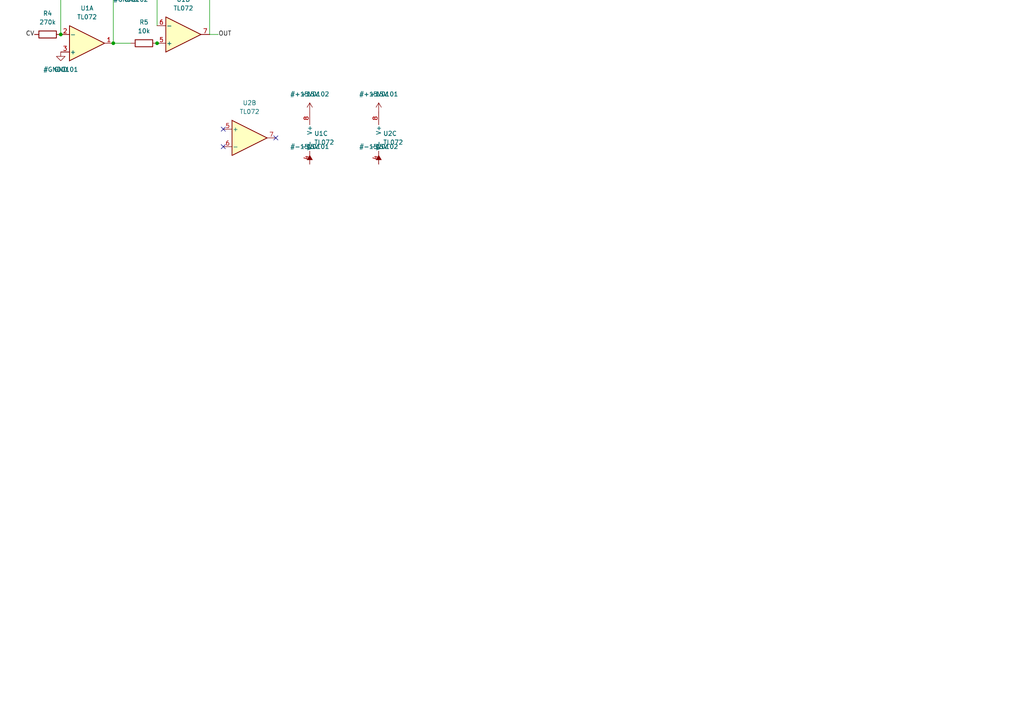
<source format=kicad_sch>
(kicad_sch (version 20211123) (generator elektron)
  (paper "A4")
  (lib_symbols
    (symbol "Device:R" (pin_numbers hide) (pin_names (offset 0))
      (property "Reference" "R" (at 2.032 0 90))
      (property "Value" "R" (at 0 0 90))
      (symbol "R_0_1"
        (rectangle (start -1.016 -2.54) (end 1.016 2.54) (stroke (width 0.254)))
      )
      (symbol "R_1_1"
        (pin passive line (at 0 3.81 270) (length 1.27) (name "~") (number "1"))
        (pin passive line (at 0 -3.81 90) (length 1.27) (name "~") (number "2"))
      )
    )
    (symbol "Amplifier_Operational:TL072" (pin_names (offset 0.127))
      (property "Reference" "U" (at 0 5.08 0))
      (property "Value" "TL072" (at 0 -5.08 0))
      (symbol "TL072_1_1"
        (polyline (pts (xy -5.08 5.08) (xy 5.08 0) (xy -5.08 -5.08) (xy -5.08 5.08)) (stroke (width 0.254)) (fill (type background)))
        (pin output line (at 7.62 0 180) (length 2.54) (name "~") (number "1"))
        (pin input line (at -7.62 -2.54 0) (length 2.54) (name "-") (number "2"))
        (pin input line (at -7.62 2.54 0) (length 2.54) (name "+") (number "3"))
      )
      (symbol "TL072_2_1"
        (polyline (pts (xy -5.08 5.08) (xy 5.08 0) (xy -5.08 -5.08) (xy -5.08 5.08)) (stroke (width 0.254)) (fill (type background)))
        (pin input line (at -7.62 2.54 0) (length 2.54) (name "+") (number "5"))
        (pin input line (at -7.62 -2.54 0) (length 2.54) (name "-") (number "6"))
        (pin output line (at 7.62 0 180) (length 2.54) (name "~") (number "7"))
      )
      (symbol "TL072_3_1"
        (pin power_in line (at -2.54 -7.62 90) (length 3.81) (name "V-") (number "4"))
        (pin power_in line (at -2.54 7.62 270) (length 3.81) (name "V+") (number "8"))
      )
    )
    (symbol "power:GND" (power) (pin_names (offset 0))
      (property "Value" "GND" (at 0 -3.81 0))
      (symbol "GND_0_1"
        (polyline (pts (xy 0 0) (xy 0 -1.27) (xy 1.27 -1.27) (xy 0 -2.54) (xy -1.27 -1.27) (xy 0 -1.27)))
      )
      (symbol "GND_1_1"
        (pin power_in line (at 0 0 270) (length 0) hide (name "GND") (number "1"))
      )
    )
    (symbol "Device:C" (pin_numbers hide) (pin_names (offset 0.254))
      (property "Reference" "C" (at 0.635 2.54 0))
      (property "Value" "C" (at 0.635 -2.54 0))
      (symbol "C_0_1"
        (polyline (pts (xy -2.032 -0.762) (xy 2.032 -0.762)) (stroke (width 0.508)))
        (polyline (pts (xy -2.032 0.762) (xy 2.032 0.762)) (stroke (width 0.508)))
      )
      (symbol "C_1_1"
        (pin passive line (at 0 3.81 270) (length 2.794) (name "~") (number "1"))
        (pin passive line (at 0 -3.81 90) (length 2.794) (name "~") (number "2"))
      )
    )
    (symbol "Transistor_BJT:BC557" (pin_names (offset 0) hide)
      (property "Reference" "Q" (at 5.08 1.905 0))
      (property "Value" "BC557" (at 5.08 0 0))
      (symbol "BC557_0_1"
        (polyline (pts (xy 0.635 0.635) (xy 2.54 2.54)))
        (polyline (pts (xy 0.635 -0.635) (xy 2.54 -2.54) (xy 2.54 -2.54)))
        (polyline (pts (xy 0.635 1.905) (xy 0.635 -1.905) (xy 0.635 -1.905)) (stroke (width 0.508)))
        (polyline (pts (xy 2.286 -1.778) (xy 1.778 -2.286) (xy 1.27 -1.27) (xy 2.286 -1.778) (xy 2.286 -1.778)) (fill (type outline)))
        (circle (center 1.27 0) (radius 2.8194) (stroke (width 0.254)))
      )
      (symbol "BC557_1_1"
        (pin passive line (at 2.54 5.08 270) (length 2.54) (name "C") (number "1"))
        (pin input line (at -5.08 0 0) (length 5.715) (name "B") (number "2"))
        (pin passive line (at 2.54 -5.08 90) (length 2.54) (name "E") (number "3"))
      )
    )
    (symbol "power:+15V" (power) (pin_names (offset 0))
      (property "Value" "+15V" (at 0 3.556 0))
      (symbol "+15V_0_1"
        (polyline (pts (xy -0.762 1.27) (xy 0 2.54)))
        (polyline (pts (xy 0 0) (xy 0 2.54)))
        (polyline (pts (xy 0 2.54) (xy 0.762 1.27)))
      )
      (symbol "+15V_1_1"
        (pin power_in line (at 0 0 90) (length 0) hide (name "+15V") (number "1"))
      )
    )
    (symbol "power:-15V" (power) (pin_names (offset 0))
      (property "Value" "-15V" (at 0 3.81 0))
      (symbol "-15V_0_0"
        (pin power_in line (at 0 0 90) (length 0) hide (name "-15V") (number "1"))
      )
      (symbol "-15V_0_1"
        (polyline (pts (xy 0 0) (xy 0 1.27) (xy 0.762 1.27) (xy 0 2.54) (xy -0.762 1.27) (xy 0 1.27)) (fill (type outline)))
      )
    )
  )
  (label "CV" (at 10 10 180))
  (symbol (lib_id "Device:R") (at 13.81 10 90) (unit 1)
    (property "Reference" "R4" (at 13.81 3.9000000000000004 -90))
    (property "Value" "270k" (at 13.81 6.44 -90))
    (property "Spice_Netlist_Enabled" "Y" (effects hide))
  )
  (junction (at 17.62 10))
  (symbol (lib_id "Amplifier_Operational:TL072") (at 25.24 12.54 0) (mirror x) (unit 1)
    (property "Reference" "U1" (at 25.24 2.38 0))
    (property "Value" "TL072" (at 25.24 4.92 0))
    (property "Datasheet" "http://www.ti.com/lit/ds/symlink/tl071.pdf" (effects hide))
    (property "Spice_Netlist_Enabled" "Y" (effects hide))
    (property "Spice_Primitive" "X" (effects hide))
    (property "Spice_Model" "TL072c" (effects hide))
  )
  (symbol (lib_id "power:GND") (at 17.62 15.08 0) (unit 1)
    (property "Reference" "GND" (at 17.62 20.16 0))
    (property "Value" "GND" (at 17.62 20.16 0))
  )
  (wire (pts (xy 32.86 12.54) (xy 32.86 -2.7)))
  (junction (at 32.86 -2.700000000000001))
  (wire (pts (xy 32.86 -2.7) (xy 29.05 -2.7)))
  (wire (pts (xy 21.43 -2.7) (xy 17.62 -2.7)))
  (symbol (lib_id "Device:C") (at 25.24 -2.7 270) (unit 1)
    (property "Reference" "C1" (at 25.24 -9.81 -270))
    (property "Value" "1n" (at 25.24 -7.2700000000000005 -270))
    (property "Spice_Netlist_Enabled" "Y" (effects hide))
  )
  (wire (pts (xy 17.62 -2.7) (xy 17.62 10)))
  (wire (pts (xy 32.86 -2.7) (xy 32.86 -17.94)))
  (wire (pts (xy 32.86 -17.94) (xy 30.32 -17.94)))
  (symbol (lib_id "Transistor_BJT:BC557") (at 25.24 -20.48 270) (mirror y) (unit 1)
    (property "Reference" "Q1" (at 25.24 -15.400000000000002 -270))
    (property "Value" "BC557" (at 25.24 -12.860000000000003 -270))
    (property "Footprint" "Package_TO_SOT_THT:TO-92_Inline" (effects hide))
    (property "Datasheet" "https://www.onsemi.com/pub/Collateral/BC556BTA-D.pdf" (effects hide))
    (property "Spice_Model" "BC556B" (effects hide))
    (property "Spice_Primitive" "Q" (effects hide))
    (property "Spice_Netlist_Enabled" "Y" (effects hide))
  )
  (wire (pts (xy 20.16 -17.94) (xy 17.62 -17.94)))
  (wire (pts (xy 17.62 -17.94) (xy 17.62 -2.7)))
  (junction (at 17.62 -2.700000000000001))
  (junction (at 32.86 12.54))
  (wire (pts (xy 32.86 12.54) (xy 37.94 12.54)))
  (symbol (lib_id "Device:R") (at 41.75 12.54 90) (unit 1)
    (property "Reference" "R5" (at 41.75 6.44 -90))
    (property "Value" "10k" (at 41.75 8.98 -90))
    (property "Spice_Netlist_Enabled" "Y" (effects hide))
  )
  (junction (at 45.56 12.54))
  (symbol (lib_id "Amplifier_Operational:TL072") (at 53.18 10 0) (mirror x) (unit 2)
    (property "Reference" "U1" (at 53.18 -0.16000000000000014 0))
    (property "Value" "TL072" (at 53.18 2.38 0))
    (property "Datasheet" "http://www.ti.com/lit/ds/symlink/tl071.pdf" (effects hide))
    (property "Spice_Model" "TL072c" (effects hide))
    (property "Spice_Primitive" "X" (effects hide))
    (property "Spice_Netlist_Enabled" "Y" (effects hide))
  )
  (wire (pts (xy 60.8 10) (xy 60.8 -5.24)))
  (wire (pts (xy 60.8 -5.24) (xy 56.99 -5.24)))
  (wire (pts (xy 49.37 -5.24) (xy 45.56 -5.24)))
  (symbol (lib_id "Device:R") (at 53.18 -5.24 270) (unit 1)
    (property "Reference" "R8" (at 53.18 -11.34 -270))
    (property "Value" "100k" (at 53.18 -8.8 -270))
    (property "Spice_Netlist_Enabled" "Y" (effects hide))
  )
  (junction (at 45.56 -5.24))
  (wire (pts (xy 45.56 -5.24) (xy 45.56 7.46)))
  (symbol (lib_id "Device:R") (at 41.75 -5.24 270) (unit 1)
    (property "Reference" "R7" (at 41.75 -11.34 -270))
    (property "Value" "33k" (at 41.75 -8.8 -270))
    (property "Spice_Netlist_Enabled" "Y" (effects hide))
  )
  (symbol (lib_id "power:GND") (at 37.94 -5.24 0) (unit 1)
    (property "Reference" "GND" (at 37.94 -0.16000000000000014 0))
    (property "Value" "GND" (at 37.94 -0.16000000000000014 0))
  )
  (wire (pts (xy 60.8 10) (xy 63.34 10)))
  (label "OUT" (at 63.34 10 0))
  (wire (pts (xy 25.24 -25.56) (xy 25.24 -28.1)))
  (symbol (lib_id "Device:R") (at 21.43 -28.1 270) (unit 1)
    (property "Reference" "R3" (at 21.43 -34.2 -270))
    (property "Value" "22k" (at 21.43 -31.660000000000004 -270))
    (property "Spice_Netlist_Enabled" "Y" (effects hide))
  )
  (symbol (lib_id "Amplifier_Operational:TL072") (at 10 -28.1 0) (mirror x) (unit 1)
    (property "Reference" "U2" (at 10 -38.26 0))
    (property "Value" "TL072" (at 10 -35.72 0))
    (property "Datasheet" "http://www.ti.com/lit/ds/symlink/tl071.pdf" (effects hide))
    (property "Spice_Primitive" "X" (effects hide))
    (property "Spice_Model" "TL072c" (effects hide))
    (property "Spice_Netlist_Enabled" "Y" (effects hide))
  )
  (symbol (lib_id "power:GND") (at 2.38 -25.56 0) (unit 1)
    (property "Reference" "GND" (at 2.38 -20.48 0))
    (property "Value" "GND" (at 2.38 -20.48 0))
  )
  (junction (at 2.38 -30.64))
  (symbol (lib_id "Device:R") (at -1.43 -30.64 270) (unit 1)
    (property "Reference" "R1" (at -1.43 -36.74 -270))
    (property "Value" "100k" (at -1.43 -34.2 -270))
    (property "Spice_Netlist_Enabled" "Y" (effects hide))
  )
  (wire (pts (xy -5.24 -30.64) (xy -7.78 -30.64)))
  (label "PULSE" (at -7.78 -30.64 180))
  (junction (at 17.62 -28.1))
  (wire (pts (xy 17.62 -28.1) (xy 17.62 -43.34)))
  (wire (pts (xy 17.62 -43.34) (xy 13.81 -43.34)))
  (wire (pts (xy 6.19 -43.34) (xy 2.38 -43.34)))
  (symbol (lib_id "Device:R") (at 10 -43.34 270) (unit 1)
    (property "Reference" "R2" (at 10 -49.44 -270))
    (property "Value" "100k" (at 10 -46.9 -270))
    (property "Spice_Netlist_Enabled" "Y" (effects hide))
  )
  (wire (pts (xy 2.38 -43.34) (xy 2.38 -30.64)))
  (symbol (lib_id "Amplifier_Operational:TL072") (at 92.38 40 0) (unit 3)
    (property "Reference" "U1" (at 91.11 38.73 360) (effects (justify left)))
    (property "Value" "TL072" (at 91.11 41.269999999999996 360) (effects (justify left)))
    (property "Datasheet" "http://www.ti.com/lit/ds/symlink/tl071.pdf" (effects hide))
    (property "Spice_Primitive" "X" (effects hide))
    (property "Spice_Netlist_Enabled" "Y" (effects hide))
    (property "Spice_Model" "TL072c" (effects hide))
  )
  (symbol (lib_id "power:+15V") (at 89.84 32.38 0) (unit 1)
    (property "Reference" "+15V" (at 89.84 27.3 0))
    (property "Value" "+15V" (at 89.84 27.3 0))
  )
  (symbol (lib_id "power:-15V") (at 89.84 47.62 0) (unit 1)
    (property "Reference" "-15V" (at 89.84 42.54 0))
    (property "Value" "-15V" (at 89.84 42.54 0))
  )
  (symbol (lib_id "Amplifier_Operational:TL072") (at 112.38 40 0) (unit 3)
    (property "Reference" "U2" (at 111.11 38.73 360) (effects (justify left)))
    (property "Value" "TL072" (at 111.11 41.269999999999996 360) (effects (justify left)))
    (property "Datasheet" "http://www.ti.com/lit/ds/symlink/tl071.pdf" (effects hide))
    (property "Spice_Primitive" "X" (effects hide))
    (property "Spice_Model" "TL072c" (effects hide))
    (property "Spice_Netlist_Enabled" "Y" (effects hide))
  )
  (symbol (lib_id "Amplifier_Operational:TL072") (at 72.38 40 0) (unit 2)
    (property "Reference" "U2" (at 72.38 29.840000000000003 0))
    (property "Value" "TL072" (at 72.38 32.38 0))
    (property "Datasheet" "http://www.ti.com/lit/ds/symlink/tl071.pdf" (effects hide))
    (property "Spice_Model" "Tl072c" (effects hide))
    (property "Spice_Netlist_Enabled" "Y" (effects hide))
    (property "Spice_Primitive" "X" (effects hide))
  )
  (no_connect (at 64.76 37.46))
  (no_connect (at 64.76 42.54))
  (no_connect (at 80 40))
  (symbol (lib_id "power:+15V") (at 109.84 32.38 0) (unit 1)
    (property "Reference" "+15V" (at 109.84 27.3 0))
    (property "Value" "+15V" (at 109.84 27.3 0))
  )
  (symbol (lib_id "power:-15V") (at 109.84 47.62 0) (unit 1)
    (property "Reference" "-15V" (at 109.84 42.54 0))
    (property "Value" "-15V" (at 109.84 42.54 0))
  )
)
</source>
